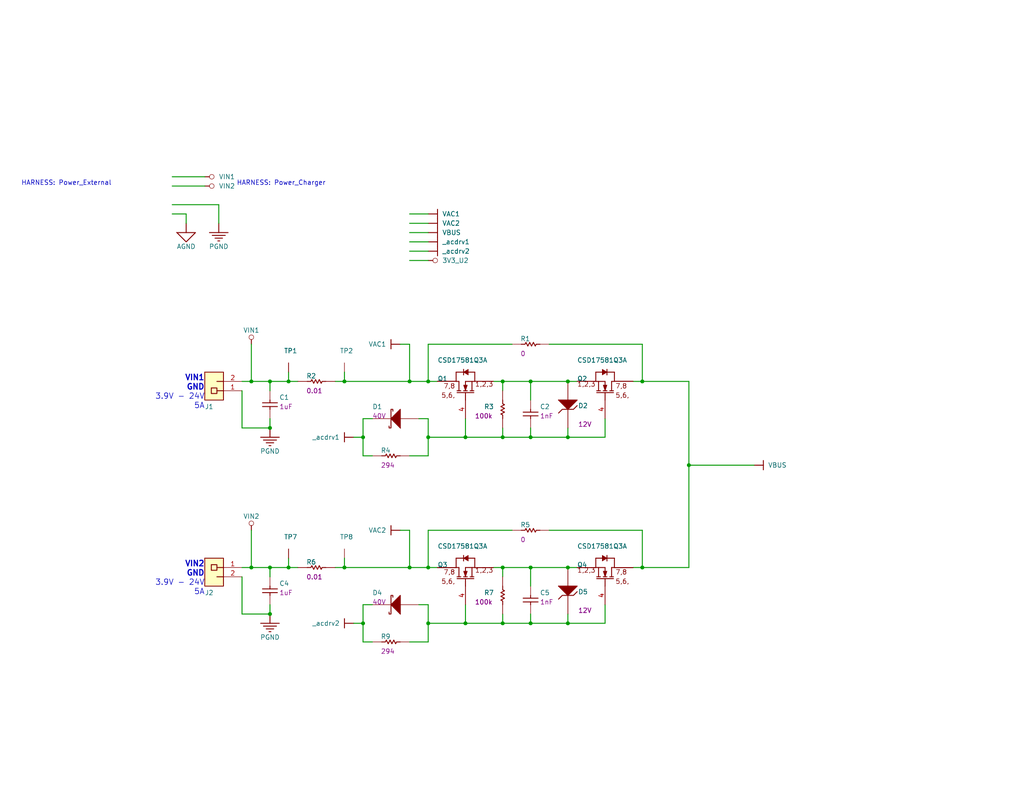
<source format=kicad_sch>
(kicad_sch (version 20211123) (generator eeschema)
  (paper "A")
  (lib_symbols
    (symbol "Top-altium-import:0_CMP-0016557-2"
      (property "Value" "0_CMP-0016557-2" (at 0 0 0))
      (symbol "0_CMP-0016557-2_1_0"
        (pin passive line (at -5.08 0 0) (length 2.54) (name "1") (number "1"))
        (pin passive line (at 5.08 0 180) (length 2.54) (name "2") (number "2"))
      )
    )
    (symbol "Top-altium-import:0_CMP-0020833-2"
      (property "Value" "0_CMP-0020833-2" (at 0 0 0))
      (symbol "0_CMP-0020833-2_1_0"
        (pin passive line (at -5.08 0 0) (length 2.54) (name "1") (number "1"))
        (pin passive line (at 5.08 0 180) (length 2.54) (name "2") (number "2"))
      )
    )
    (symbol "Top-altium-import:0_CMP-0022265-5"
      (property "Value" "0_CMP-0022265-5" (at 0 0 0))
      (symbol "0_CMP-0022265-5_1_0"
        (pin passive line (at -5.08 0 0) (length 2.54) (name "1") (number "1"))
        (pin passive line (at 5.08 0 180) (length 2.54) (name "2") (number "2"))
      )
    )
    (symbol "Top-altium-import:0_CMP-0055139-1"
      (property "Value" "0_CMP-0055139-1" (at 0 0 0))
      (symbol "0_CMP-0055139-1_1_0"
        (pin passive line (at 0 -2.54 90) (length 2.54) (name "") (number "1"))
      )
    )
    (symbol "Top-altium-import:0_mirrored_CMP-0074910-1"
      (property "Value" "0_mirrored_CMP-0074910-1" (at 0 0 0))
      (symbol "0_mirrored_CMP-0074910-1_1_0"
        (pin passive line (at 7.62 2.54 180) (length 5.08) (name "1") (number "1"))
        (pin passive line (at 7.62 0 180) (length 5.08) (name "2") (number "2"))
      )
    )
    (symbol "Top-altium-import:1_CMP-0005877-5"
      (property "Value" "1_CMP-0005877-5" (at 0 0 0))
      (symbol "1_CMP-0005877-5_1_0"
        (pin passive line (at 0 -5.08 90) (length 5.08) (name "K") (number "1"))
        (pin passive line (at 0 7.62 270) (length 5.08) (name "A") (number "2"))
      )
    )
    (symbol "Top-altium-import:1_CMP-0006411-2"
      (property "Value" "1_CMP-0006411-2" (at 0 0 0))
      (symbol "1_CMP-0006411-2_1_0"
        (pin passive line (at 0 5.08 270) (length 2.54) (name "1") (number "1"))
        (pin passive line (at 0 -2.54 90) (length 2.54) (name "2") (number "2"))
      )
    )
    (symbol "Top-altium-import:1_CMP-0008217-2"
      (property "Value" "1_CMP-0008217-2" (at 0 0 0))
      (symbol "1_CMP-0008217-2_1_0"
        (pin passive line (at 0 5.08 270) (length 2.54) (name "1") (number "1"))
        (pin passive line (at 0 -2.54 90) (length 2.54) (name "2") (number "2"))
      )
    )
    (symbol "Top-altium-import:1_CMP-0026721-1"
      (property "Value" "1_CMP-0026721-1" (at 0 0 0))
      (symbol "1_CMP-0026721-1_1_0"
        (pin passive line (at 0 -5.08 90) (length 2.54) (name "1") (number "1"))
        (pin passive line (at 0 5.08 270) (length 2.54) (name "2") (number "2"))
      )
    )
    (symbol "Top-altium-import:1_CMP-0079500-2"
      (property "Value" "1_CMP-0079500-2" (at 0 0 0))
      (symbol "1_CMP-0079500-2_1_0"
        (text "1,2,3" (at 7.62 2.54 0) (effects (font (size 1.27 1.27)) (justify right top)))
        (text "5,6," (at -2.794 -0.508 0) (effects (font (size 1.27 1.27)) (justify right top)))
        (text "7,8" (at -2.794 2.032 0) (effects (font (size 1.27 1.27)) (justify right top)))
        (pin passive line (at 7.62 2.54 180) (length 5.08) (name "S") (number "1"))
        (pin passive line (at 7.62 2.54 180) (length 5.08) (name "S") (number "2"))
        (pin passive line (at 7.62 2.54 180) (length 5.08) (name "S") (number "3"))
        (pin passive line (at 0 -7.62 90) (length 5.08) (name "G") (number "4"))
        (pin passive line (at -7.62 2.54 0) (length 5.08) (name "D") (number "5"))
        (pin passive line (at -7.62 2.54 0) (length 5.08) (name "D") (number "6"))
        (pin passive line (at -7.62 2.54 0) (length 5.08) (name "D") (number "7"))
        (pin passive line (at -7.62 2.54 0) (length 5.08) (name "D") (number "8"))
        (pin passive line (at -7.62 2.54 0) (length 5.08) (name "D") (number "9"))
      )
    )
    (symbol "Top-altium-import:1_mirrored_CMP-0079500-2"
      (property "Value" "1_mirrored_CMP-0079500-2" (at 0 0 0))
      (symbol "1_mirrored_CMP-0079500-2_1_0"
        (text "1,2,3" (at -7.62 2.54 0) (effects (font (size 1.27 1.27)) (justify left top)))
        (text "5,6," (at 2.794 -0.508 0) (effects (font (size 1.27 1.27)) (justify left top)))
        (text "7,8" (at 2.794 2.032 0) (effects (font (size 1.27 1.27)) (justify left top)))
        (pin passive line (at -7.62 2.54 0) (length 5.08) (name "S") (number "1"))
        (pin passive line (at -7.62 2.54 0) (length 5.08) (name "S") (number "2"))
        (pin passive line (at -7.62 2.54 0) (length 5.08) (name "S") (number "3"))
        (pin passive line (at 0 -7.62 90) (length 5.08) (name "G") (number "4"))
        (pin passive line (at 7.62 2.54 180) (length 5.08) (name "D") (number "5"))
        (pin passive line (at 7.62 2.54 180) (length 5.08) (name "D") (number "6"))
        (pin passive line (at 7.62 2.54 180) (length 5.08) (name "D") (number "7"))
        (pin passive line (at 7.62 2.54 180) (length 5.08) (name "D") (number "8"))
        (pin passive line (at 7.62 2.54 180) (length 5.08) (name "D") (number "9"))
      )
    )
    (symbol "Top-altium-import:2_CMP-0074910-1"
      (property "Value" "2_CMP-0074910-1" (at 0 0 0))
      (symbol "2_CMP-0074910-1_1_0"
        (pin passive line (at 7.62 -2.54 180) (length 5.08) (name "1") (number "1"))
        (pin passive line (at 7.62 0 180) (length 5.08) (name "2") (number "2"))
      )
    )
    (symbol "Top-altium-import:2_mirrored_CMP-0028378-3"
      (property "Value" "2_mirrored_CMP-0028378-3" (at 0 0 0))
      (symbol "2_mirrored_CMP-0028378-3_1_0"
        (pin passive line (at -5.08 0 0) (length 5.08) (name "K") (number "1"))
        (pin passive line (at 7.62 0 180) (length 5.08) (name "A") (number "2"))
      )
    )
    (symbol "Top-altium-import:3V3_U2" (power)
      (property "Reference" "#PWR" (at 0 0 0))
      (property "Value" "3V3_U2" (at 0 3.81 0))
      (symbol "3V3_U2_0_0"
        (pin power_in line (at 0 0 0) (length 0) hide (name "3V3_U2") (number ""))
      )
    )
    (symbol "Top-altium-import:AGND" (power)
      (property "Reference" "#PWR" (at 0 0 0))
      (property "Value" "AGND" (at 0 6.35 0))
      (symbol "AGND_0_0"
        (pin power_in line (at 0 0 0) (length 0) hide (name "AGND") (number ""))
      )
    )
    (symbol "Top-altium-import:PGND" (power)
      (property "Reference" "#PWR" (at 0 0 0))
      (property "Value" "PGND" (at 0 6.35 0))
      (symbol "PGND_0_0"
        (pin power_in line (at 0 0 0) (length 0) hide (name "PGND") (number ""))
      )
    )
    (symbol "Top-altium-import:VAC1" (power)
      (property "Reference" "#PWR" (at 0 0 0))
      (property "Value" "VAC1" (at 0 3.81 0))
      (symbol "VAC1_0_0"
        (pin power_in line (at 0 0 0) (length 0) hide (name "VAC1") (number ""))
      )
    )
    (symbol "Top-altium-import:VAC2" (power)
      (property "Reference" "#PWR" (at 0 0 0))
      (property "Value" "VAC2" (at 0 3.81 0))
      (symbol "VAC2_0_0"
        (pin power_in line (at 0 0 0) (length 0) hide (name "VAC2") (number ""))
      )
    )
    (symbol "Top-altium-import:VBUS" (power)
      (property "Reference" "#PWR" (at 0 0 0))
      (property "Value" "VBUS" (at 0 3.81 0))
      (symbol "VBUS_0_0"
        (pin power_in line (at 0 0 0) (length 0) hide (name "VBUS") (number ""))
      )
    )
    (symbol "Top-altium-import:VIN1" (power)
      (property "Reference" "#PWR" (at 0 0 0))
      (property "Value" "VIN1" (at 0 3.81 0))
      (symbol "VIN1_0_0"
        (pin power_in line (at 0 0 0) (length 0) hide (name "VIN1") (number ""))
      )
    )
    (symbol "Top-altium-import:VIN2" (power)
      (property "Reference" "#PWR" (at 0 0 0))
      (property "Value" "VIN2" (at 0 3.81 0))
      (symbol "VIN2_0_0"
        (pin power_in line (at 0 0 0) (length 0) hide (name "VIN2") (number ""))
      )
    )
    (symbol "Top-altium-import:_acdrv1" (power)
      (property "Reference" "#PWR" (at 0 0 0))
      (property "Value" "_acdrv1" (at 0 3.81 0))
      (symbol "_acdrv1_0_0"
        (pin power_in line (at 0 0 0) (length 0) hide (name "_acdrv1") (number ""))
      )
    )
    (symbol "Top-altium-import:_acdrv2" (power)
      (property "Reference" "#PWR" (at 0 0 0))
      (property "Value" "_acdrv2" (at 0 3.81 0))
      (symbol "_acdrv2_0_0"
        (pin power_in line (at 0 0 0) (length 0) hide (name "_acdrv2") (number ""))
      )
    )
  )
  (junction (at 93.98 154.94))
  (junction (at 175.26 104.14))
  (junction (at 116.84 119.38))
  (junction (at 175.26 154.94))
  (junction (at 116.84 104.14))
  (junction (at 78.74 154.94))
  (junction (at 78.74 104.14))
  (junction (at 116.84 154.94))
  (junction (at 68.58 154.94))
  (junction (at 137.16 119.38))
  (junction (at 93.98 104.14))
  (junction (at 111.76 104.14))
  (junction (at 187.96 127))
  (junction (at 137.16 170.18))
  (junction (at 127 119.38))
  (junction (at 137.16 104.14))
  (junction (at 154.94 119.38))
  (junction (at 99.06 119.38))
  (junction (at 73.66 104.14))
  (junction (at 144.78 119.38))
  (junction (at 73.66 116.84))
  (junction (at 68.58 104.14))
  (junction (at 144.78 104.14))
  (junction (at 99.06 170.18))
  (junction (at 154.94 170.18))
  (junction (at 73.66 167.64))
  (junction (at 154.94 154.94))
  (junction (at 127 170.18))
  (junction (at 73.66 154.94))
  (junction (at 144.78 170.18))
  (junction (at 154.94 104.14))
  (junction (at 144.78 154.94))
  (junction (at 111.76 154.94))
  (junction (at 116.84 170.18))
  (junction (at 137.16 154.94))
  (wire (pts (xy 59.69 60.96) (xy 59.69 55.88)) (stroke (width 0.254)))
  (wire (pts (xy 144.78 160.02) (xy 144.78 154.94)) (stroke (width 0.254)))
  (wire (pts (xy 73.66 106.68) (xy 73.66 104.14)) (stroke (width 0.254)))
  (wire (pts (xy 134.62 154.94) (xy 137.16 154.94)) (stroke (width 0.254)))
  (wire (pts (xy 144.78 109.22) (xy 144.78 104.14)) (stroke (width 0.254)))
  (wire (pts (xy 111.76 104.14) (xy 93.98 104.14)) (stroke (width 0.254)))
  (wire (pts (xy 127 119.38) (xy 137.16 119.38)) (stroke (width 0.254)))
  (wire (pts (xy 116.84 170.18) (xy 116.84 165.1)) (stroke (width 0.254)))
  (wire (pts (xy 127 114.3) (xy 127 119.38)) (stroke (width 0.254)))
  (wire (pts (xy 73.66 116.84) (xy 73.66 114.3)) (stroke (width 0.254)))
  (wire (pts (xy 99.06 124.46) (xy 101.6 124.46)) (stroke (width 0.254)))
  (wire (pts (xy 137.16 157.48) (xy 137.16 154.94)) (stroke (width 0.254)))
  (wire (pts (xy 165.1 165.1) (xy 165.1 170.18)) (stroke (width 0.254)))
  (wire (pts (xy 78.74 152.4) (xy 78.74 154.94)) (stroke (width 0.254)))
  (wire (pts (xy 93.98 101.6) (xy 93.98 104.14)) (stroke (width 0.254)))
  (wire (pts (xy 66.04 157.48) (xy 66.04 167.64)) (stroke (width 0.254)))
  (wire (pts (xy 119.38 104.14) (xy 116.84 104.14)) (stroke (width 0.254)))
  (wire (pts (xy 154.94 119.38) (xy 144.78 119.38)) (stroke (width 0.254)))
  (wire (pts (xy 139.7 93.98) (xy 116.84 93.98)) (stroke (width 0.254)))
  (wire (pts (xy 116.84 165.1) (xy 114.3 165.1)) (stroke (width 0.254)))
  (wire (pts (xy 55.88 48.26) (xy 46.99 48.26)) (stroke (width 0.254)))
  (wire (pts (xy 137.16 104.14) (xy 144.78 104.14)) (stroke (width 0.254)))
  (wire (pts (xy 187.96 154.94) (xy 175.26 154.94)) (stroke (width 0.254)))
  (wire (pts (xy 116.84 71.12) (xy 111.76 71.12)) (stroke (width 0.254)))
  (wire (pts (xy 165.1 170.18) (xy 154.94 170.18)) (stroke (width 0.254)))
  (wire (pts (xy 137.16 106.68) (xy 137.16 104.14)) (stroke (width 0.254)))
  (wire (pts (xy 96.52 119.38) (xy 99.06 119.38)) (stroke (width 0.254)))
  (wire (pts (xy 154.94 104.14) (xy 157.48 104.14)) (stroke (width 0.254)))
  (wire (pts (xy 134.62 104.14) (xy 137.16 104.14)) (stroke (width 0.254)))
  (wire (pts (xy 99.06 114.3) (xy 99.06 119.38)) (stroke (width 0.254)))
  (wire (pts (xy 50.8 58.42) (xy 50.8 60.96)) (stroke (width 0.254)))
  (wire (pts (xy 144.78 116.84) (xy 144.78 119.38)) (stroke (width 0.254)))
  (wire (pts (xy 111.76 154.94) (xy 93.98 154.94)) (stroke (width 0.254)))
  (wire (pts (xy 73.66 167.64) (xy 73.66 165.1)) (stroke (width 0.254)))
  (wire (pts (xy 116.84 170.18) (xy 127 170.18)) (stroke (width 0.254)))
  (wire (pts (xy 68.58 154.94) (xy 73.66 154.94)) (stroke (width 0.254)))
  (wire (pts (xy 78.74 101.6) (xy 78.74 104.14)) (stroke (width 0.254)))
  (wire (pts (xy 139.7 144.78) (xy 116.84 144.78)) (stroke (width 0.254)))
  (wire (pts (xy 144.78 119.38) (xy 137.16 119.38)) (stroke (width 0.254)))
  (wire (pts (xy 109.22 93.98) (xy 111.76 93.98)) (stroke (width 0.254)))
  (wire (pts (xy 116.84 154.94) (xy 111.76 154.94)) (stroke (width 0.254)))
  (wire (pts (xy 116.84 60.96) (xy 111.76 60.96)) (stroke (width 0.254)))
  (wire (pts (xy 149.86 93.98) (xy 175.26 93.98)) (stroke (width 0.254)))
  (wire (pts (xy 187.96 104.14) (xy 187.96 127)) (stroke (width 0.254)))
  (wire (pts (xy 93.98 104.14) (xy 91.44 104.14)) (stroke (width 0.254)))
  (wire (pts (xy 149.86 144.78) (xy 175.26 144.78)) (stroke (width 0.254)))
  (wire (pts (xy 99.06 170.18) (xy 99.06 175.26)) (stroke (width 0.254)))
  (wire (pts (xy 187.96 127) (xy 205.74 127)) (stroke (width 0.254)))
  (wire (pts (xy 66.04 104.14) (xy 68.58 104.14)) (stroke (width 0.254)))
  (wire (pts (xy 127 170.18) (xy 127 165.1)) (stroke (width 0.254)))
  (wire (pts (xy 101.6 114.3) (xy 99.06 114.3)) (stroke (width 0.254)))
  (wire (pts (xy 59.69 55.88) (xy 46.99 55.88)) (stroke (width 0.254)))
  (wire (pts (xy 116.84 124.46) (xy 116.84 119.38)) (stroke (width 0.254)))
  (wire (pts (xy 66.04 154.94) (xy 68.58 154.94)) (stroke (width 0.254)))
  (wire (pts (xy 172.72 104.14) (xy 175.26 104.14)) (stroke (width 0.254)))
  (wire (pts (xy 101.6 165.1) (xy 99.06 165.1)) (stroke (width 0.254)))
  (wire (pts (xy 78.74 104.14) (xy 81.28 104.14)) (stroke (width 0.254)))
  (wire (pts (xy 68.58 154.94) (xy 68.58 144.78)) (stroke (width 0.254)))
  (wire (pts (xy 137.16 170.18) (xy 137.16 167.64)) (stroke (width 0.254)))
  (wire (pts (xy 175.26 154.94) (xy 172.72 154.94)) (stroke (width 0.254)))
  (wire (pts (xy 116.84 114.3) (xy 114.3 114.3)) (stroke (width 0.254)))
  (wire (pts (xy 127 170.18) (xy 137.16 170.18)) (stroke (width 0.254)))
  (wire (pts (xy 137.16 119.38) (xy 137.16 116.84)) (stroke (width 0.254)))
  (wire (pts (xy 66.04 167.64) (xy 73.66 167.64)) (stroke (width 0.254)))
  (wire (pts (xy 111.76 144.78) (xy 111.76 154.94)) (stroke (width 0.254)))
  (wire (pts (xy 99.06 165.1) (xy 99.06 170.18)) (stroke (width 0.254)))
  (wire (pts (xy 144.78 104.14) (xy 154.94 104.14)) (stroke (width 0.254)))
  (wire (pts (xy 66.04 116.84) (xy 73.66 116.84)) (stroke (width 0.254)))
  (wire (pts (xy 66.04 106.68) (xy 66.04 116.84)) (stroke (width 0.254)))
  (wire (pts (xy 73.66 104.14) (xy 78.74 104.14)) (stroke (width 0.254)))
  (wire (pts (xy 111.76 93.98) (xy 111.76 104.14)) (stroke (width 0.254)))
  (wire (pts (xy 154.94 167.64) (xy 154.94 170.18)) (stroke (width 0.254)))
  (wire (pts (xy 116.84 58.42) (xy 111.76 58.42)) (stroke (width 0.254)))
  (wire (pts (xy 116.84 119.38) (xy 116.84 114.3)) (stroke (width 0.254)))
  (wire (pts (xy 111.76 68.58) (xy 116.84 68.58)) (stroke (width 0.254)))
  (wire (pts (xy 78.74 154.94) (xy 81.28 154.94)) (stroke (width 0.254)))
  (wire (pts (xy 111.76 175.26) (xy 116.84 175.26)) (stroke (width 0.254)))
  (wire (pts (xy 99.06 119.38) (xy 99.06 124.46)) (stroke (width 0.254)))
  (wire (pts (xy 165.1 119.38) (xy 154.94 119.38)) (stroke (width 0.254)))
  (wire (pts (xy 144.78 167.64) (xy 144.78 170.18)) (stroke (width 0.254)))
  (wire (pts (xy 116.84 175.26) (xy 116.84 170.18)) (stroke (width 0.254)))
  (wire (pts (xy 154.94 170.18) (xy 144.78 170.18)) (stroke (width 0.254)))
  (wire (pts (xy 111.76 124.46) (xy 116.84 124.46)) (stroke (width 0.254)))
  (wire (pts (xy 46.99 58.42) (xy 50.8 58.42)) (stroke (width 0.254)))
  (wire (pts (xy 116.84 144.78) (xy 116.84 154.94)) (stroke (width 0.254)))
  (wire (pts (xy 68.58 104.14) (xy 73.66 104.14)) (stroke (width 0.254)))
  (wire (pts (xy 175.26 93.98) (xy 175.26 104.14)) (stroke (width 0.254)))
  (wire (pts (xy 175.26 104.14) (xy 187.96 104.14)) (stroke (width 0.254)))
  (wire (pts (xy 116.84 119.38) (xy 127 119.38)) (stroke (width 0.254)))
  (wire (pts (xy 111.76 66.04) (xy 116.84 66.04)) (stroke (width 0.254)))
  (wire (pts (xy 116.84 154.94) (xy 119.38 154.94)) (stroke (width 0.254)))
  (wire (pts (xy 93.98 152.4) (xy 93.98 154.94)) (stroke (width 0.254)))
  (wire (pts (xy 154.94 154.94) (xy 157.48 154.94)) (stroke (width 0.254)))
  (wire (pts (xy 116.84 93.98) (xy 116.84 104.14)) (stroke (width 0.254)))
  (wire (pts (xy 165.1 114.3) (xy 165.1 119.38)) (stroke (width 0.254)))
  (wire (pts (xy 116.84 104.14) (xy 111.76 104.14)) (stroke (width 0.254)))
  (wire (pts (xy 96.52 170.18) (xy 99.06 170.18)) (stroke (width 0.254)))
  (wire (pts (xy 175.26 144.78) (xy 175.26 154.94)) (stroke (width 0.254)))
  (wire (pts (xy 99.06 175.26) (xy 101.6 175.26)) (stroke (width 0.254)))
  (wire (pts (xy 93.98 154.94) (xy 91.44 154.94)) (stroke (width 0.254)))
  (wire (pts (xy 55.88 50.8) (xy 46.99 50.8)) (stroke (width 0.254)))
  (wire (pts (xy 116.84 63.5) (xy 111.76 63.5)) (stroke (width 0.254)))
  (wire (pts (xy 144.78 170.18) (xy 137.16 170.18)) (stroke (width 0.254)))
  (wire (pts (xy 109.22 144.78) (xy 111.76 144.78)) (stroke (width 0.254)))
  (wire (pts (xy 187.96 127) (xy 187.96 154.94)) (stroke (width 0.254)))
  (wire (pts (xy 154.94 116.84) (xy 154.94 119.38)) (stroke (width 0.254)))
  (wire (pts (xy 144.78 154.94) (xy 154.94 154.94)) (stroke (width 0.254)))
  (wire (pts (xy 73.66 154.94) (xy 78.74 154.94)) (stroke (width 0.254)))
  (wire (pts (xy 73.66 157.48) (xy 73.66 154.94)) (stroke (width 0.254)))
  (wire (pts (xy 137.16 154.94) (xy 144.78 154.94)) (stroke (width 0.254)))
  (wire (pts (xy 68.58 104.14) (xy 68.58 93.98)) (stroke (width 0.254)))
  (text "HARNESS: Power_Charger" (at 88.9 50.8 180) (effects (font (size 1.27 1.27)) (justify right bottom)))
  (text "VIN2" (at 55.88 154.94 180) (effects (font (size 1.524 1.524) bold) (justify right bottom)))
  (text "3.9V - 24V" (at 55.88 109.22 180) (effects (font (size 1.524 1.524)) (justify right bottom)))
  (text "GND" (at 55.88 157.48 180) (effects (font (size 1.524 1.524) bold) (justify right bottom)))
  (text "GND" (at 55.88 106.68 180) (effects (font (size 1.524 1.524) bold) (justify right bottom)))
  (text "VIN1" (at 55.88 104.14 180) (effects (font (size 1.524 1.524) bold) (justify right bottom)))
  (text "5A" (at 55.88 162.56 180) (effects (font (size 1.524 1.524)) (justify right bottom)))
  (text "HARNESS: Power_External" (at 30.48 50.8 180) (effects (font (size 1.27 1.27)) (justify right bottom)))
  (text "5A" (at 55.88 111.76 180) (effects (font (size 1.524 1.524)) (justify right bottom)))
  (text "3.9V - 24V" (at 55.88 160.02 180) (effects (font (size 1.524 1.524)) (justify right bottom)))
  (symbol (lib_id "Top-altium-import:VAC2") (at 116.84 60.96 90) (unit 1)
    (property "Reference" "#PWR?" (effects hide))
    (property "Value" "VAC2" (at 120.65 60.96 90) (effects (justify right)))
  )
  (symbol (lib_id "Top-altium-import:1_CMP-0008217-2") (at 73.66 162.56 0) (unit 1)
    (property "Reference" "C4" (at 76.2 160.02 0) (effects (justify left bottom)))
    (property "Value" "CMP-0008217-2" (effects hide))
    (property "Footprint" "0805L" (effects hide))
    (property "POLARIZED" "N" (effects hide))
    (property "COMPTYPE" "Capacitor" (effects hide))
    (property "ALTIUM_VALUE" "1uF" (effects hide))
    (property "PARTNUMBER" "GRM219R71E105KA88D" (effects hide))
    (property "VALUEDISPLAYED" "1uF" (at 76.2 162.56 0) (effects (justify left bottom)))
    (property "MANUFACTURER" "MuRata" (effects hide))
    (property "PACKAGEREFERENCE" "0805" (effects hide))
    (property "ROHS" "Y" (effects hide))
    (property "U/M" "EA" (effects hide))
    (property "CAP_F" "1µF" (effects hide))
    (property "TOLERANCE_%" "10%" (effects hide))
    (property "VALUE1" "Unknown" (effects hide))
    (property "VDC_V" "25V" (effects hide))
    (property "VALUE2" "25V" (effects hide))
    (property "MOUNTTYPE" "SMT" (effects hide))
    (property "TECHNOLOGY" "Ceramic" (effects hide))
    (property "TEMPCO" "X7R" (effects hide))
    (property "TAMIN_C" "-55°C" (effects hide))
    (property "TAMAX_C" "125°C" (effects hide))
    (property "CAP_CASE" "0805" (effects hide))
    (property "PUBLISHED" "2008-06-19" (effects hide))
    (property "PUBLISHER" "Texas Instruments" (effects hide))
    (property "LATESTREVISIONDATE" "2017-03-09" (effects hide))
    (property "COMPONENTLINK1DESCRIPTION" "Datasheet link" (effects hide))
    (property "COMPONENTLINK1URL" "http://search.murata.co.jp/Ceramy/PnsearchViewAction.do?HnOFG=ON&HnNFG=ON&SEL_CNT=50&sLang=en&sKey=GRM219R71E105KA88D&x=9&y=9&search=startwith" (effects hide))
    (property "SUPPLIER 1" "Digi-Key" (effects hide))
    (property "SUPPLIER PART NUMBER 1" "GRM219R71E105KA88D-ND" (effects hide))
    (property "SUPPLIER 2" "Mouser" (effects hide))
    (property "SUPPLIER PART NUMBER 2" "81-GRM219R71E105KA8D" (effects hide))
    (property "SUPPLIER 3" "Farnell" (effects hide))
    (property "SUPPLIER PART NUMBER 3" "1845770" (effects hide))
    (property "AEC CATEGORY" "Q200" (effects hide))
    (property "AEC QUALIFIED" "?" (effects hide))
    (property "SIZEAREA_MM2" "2.5" (effects hide))
    (property "SIZEAREAWB_MM2" "6.75" (effects hide))
    (property "SIZEX_MM" "2" (effects hide))
    (property "SIZEY_MM" "1.25" (effects hide))
    (property "SIZEZ_MM" "1.45" (effects hide))
    (property "PARAMETER 1" "*" (effects hide))
  )
  (symbol (lib_id "Top-altium-import:1_CMP-0005877-5") (at 154.94 162.56 0) (unit 1)
    (property "Reference" "D5" (at 157.734 162.306 0) (effects (justify left bottom)))
    (property "Value" "BZT52C12T-7" (effects hide))
    (property "Footprint" "SOD-523" (effects hide))
    (property "ALTIUM_VALUE" "12V" (at 157.734 167.386 0) (effects (justify left bottom)))
    (property "COMPONENTLINK1URL" "http://www.diodes.com/datasheets/ds30502.pdf" (effects hide))
    (property "POWER_W" "300mW" (effects hide))
    (property "SIZEAREAWB_MM2" "5.13" (effects hide))
    (property "VZ_V" "12V" (effects hide))
    (property "ROHS" "Y" (effects hide))
    (property "VALUE1" "0.3W" (effects hide))
    (property "MOUNTTYPE" "SMT" (effects hide))
    (property "RJA_CPERW" "417" (effects hide))
    (property "MANUFACTURER" "Diodes Inc." (effects hide))
    (property "PACKAGEREFERENCE" "SOD-523" (effects hide))
    (property "SIZEZ_MM" "0.65" (effects hide))
    (property "SIZEX_MM" "1.7" (effects hide))
    (property "SIZEY_MM" "0.9" (effects hide))
    (property "SIZEAREA_MM2" "1.53" (effects hide))
    (property "COMPTYPE" "Zener" (effects hide))
    (property "PARTNUMBER" "BZT52C12T-7" (effects hide))
    (property "AEC QUALIFIED" "?" (effects hide))
    (property "COMPONENTLINK1DESCRIPTION" "Datasheet link" (effects hide))
    (property "AEC CATEGORY" "Q101" (effects hide))
  )
  (symbol (lib_id "Top-altium-import:VBUS") (at 205.74 127 90) (unit 1)
    (property "Reference" "#PWR?" (effects hide))
    (property "Value" "VBUS" (at 209.55 127 90) (effects (justify right)))
  )
  (symbol (lib_id "Top-altium-import:VIN2") (at 68.58 144.78 180) (unit 1)
    (property "Reference" "#PWR?" (effects hide))
    (property "Value" "VIN2" (at 68.58 140.97 0))
  )
  (symbol (lib_id "Top-altium-import:2_mirrored_CMP-0028378-3") (at 106.68 165.1 0) (unit 1)
    (property "Reference" "D4" (at 101.6 162.56 0) (effects (justify left bottom)))
    (property "Value" "CMP-0028378-3" (effects hide))
    (property "Footprint" "SOD-523" (effects hide))
    (property "COMPTYPE" "Diode" (effects hide))
    (property "PARTNUMBER" "ZLLS350TA" (effects hide))
    (property "MANUFACTURER" "Diodes Inc." (effects hide))
    (property "PACKAGEREFERENCE" "SOD-523" (effects hide))
    (property "VF_V" "790mV" (effects hide))
    (property "ALTIUM_VALUE" "40V" (at 101.6 165.1 0) (effects (justify left bottom)))
    (property "VALUE1" "0.38A" (effects hide))
    (property "VALUE2" "0.79V" (effects hide))
    (property "IO_A" "380mA" (effects hide))
    (property "VR_V" "40V" (effects hide))
    (property "MOUNTTYPE" "SMT" (effects hide))
    (property "TYPE" "Schottky" (effects hide))
    (property "ROHS" "Y" (effects hide))
    (property "COMPONENTLINK1DESCRIPTION" "Datasheet link" (effects hide))
    (property "COMPONENTLINK1URL" "http://www.diodes.com/datasheets/ZLLS350.pdf" (effects hide))
    (property "AEC CATEGORY" "Q101" (effects hide))
    (property "AEC QUALIFIED" "?" (effects hide))
    (property "GREEN_EU ROHS-2" "Passed" (effects hide))
    (property "GREEN_EU ROHS" "Passed" (effects hide))
    (property "GREEN_LIFECYCLE" "Active" (effects hide))
    (property "GREEN_REACH" "Passed" (effects hide))
    (property "SIZEAREA_MM2" "1.53" (effects hide))
    (property "SIZEAREAWB_MM2" "5.13" (effects hide))
    (property "SIZEX_MM" "1.7" (effects hide))
    (property "SIZEY_MM" "0.9" (effects hide))
    (property "SIZEZ_MM" "0.65" (effects hide))
  )
  (symbol (lib_id "Top-altium-import:0_CMP-0020833-2") (at 144.78 144.78 0) (unit 1)
    (property "Reference" "R5" (at 141.986 144.018 0) (effects (justify left bottom)))
    (property "Value" "5106" (effects hide))
    (property "Footprint" "5106" (effects hide))
    (property "POWER_W" "500mW" (effects hide))
    (property "PUBLISHER" "Texas Instruments" (effects hide))
    (property "TEMPCO" "ppm/C" (effects hide))
    (property "PUBLISHED" "2008-06-26" (effects hide))
    (property "VALUE_CODE" "0" (effects hide))
    (property "ROHS" "Y" (effects hide))
    (property "VALUE1" "1%" (effects hide))
    (property "MOUNTTYPE" "SMT" (effects hide))
    (property "U/M" "EA" (effects hide))
    (property "ALTIUM_VALUE" "0" (effects hide))
    (property "SUPPLIER 1" "Digi-Key" (effects hide))
    (property "MANUFACTURER" "Keystone" (effects hide))
    (property "PACKAGEREFERENCE" "0805" (effects hide))
    (property "TOLERANCE_%" "1%" (effects hide))
    (property "RES_OHM" "0" (effects hide))
    (property "SIZEX_MM" "2" (effects hide))
    (property "SIZEY_MM" "1.25" (effects hide))
    (property "SIZEZ_MM" "0.84" (effects hide))
    (property "VALUE2" "0.5W" (effects hide))
    (property "SIZEAREA_MM2" "2.5" (effects hide))
    (property "COMPTYPE" "Resistor" (effects hide))
    (property "LATESTREVISIONDATE" "2017-03-09" (effects hide))
    (property "PARTNUMBER" "5106" (effects hide))
    (property "AEC QUALIFIED" "N" (effects hide))
    (property "COMPONENTLINK1DESCRIPTION" "Datasheet link" (effects hide))
    (property "AEC GRADE" "N/A" (effects hide))
    (property "SUPPLIER PART NUMBER 1" "36-5106CT-ND" (effects hide))
    (property "AEC CATEGORY" "Q200" (effects hide))
    (property "TECHNOLOGY" "Metal Element" (effects hide))
    (property "VALUEDISPLAYED" "0" (at 141.986 148.082 0) (effects (justify left bottom)))
    (property "COMPONENTLINK1URL" "http://www.keyelco.com/product-pdf.cfm?p=14039" (effects hide))
  )
  (symbol (lib_id "Top-altium-import:0_CMP-0020833-2") (at 144.78 93.98 0) (unit 1)
    (property "Reference" "R1" (at 141.986 93.218 0) (effects (justify left bottom)))
    (property "Value" "5106" (effects hide))
    (property "Footprint" "5106" (effects hide))
    (property "POWER_W" "500mW" (effects hide))
    (property "PUBLISHER" "Texas Instruments" (effects hide))
    (property "TEMPCO" "ppm/C" (effects hide))
    (property "PUBLISHED" "2008-06-26" (effects hide))
    (property "VALUE_CODE" "0" (effects hide))
    (property "ROHS" "Y" (effects hide))
    (property "VALUE1" "1%" (effects hide))
    (property "MOUNTTYPE" "SMT" (effects hide))
    (property "U/M" "EA" (effects hide))
    (property "ALTIUM_VALUE" "0" (effects hide))
    (property "SUPPLIER 1" "Digi-Key" (effects hide))
    (property "MANUFACTURER" "Keystone" (effects hide))
    (property "PACKAGEREFERENCE" "0805" (effects hide))
    (property "TOLERANCE_%" "1%" (effects hide))
    (property "RES_OHM" "0" (effects hide))
    (property "SIZEX_MM" "2" (effects hide))
    (property "SIZEY_MM" "1.25" (effects hide))
    (property "SIZEZ_MM" "0.84" (effects hide))
    (property "VALUE2" "0.5W" (effects hide))
    (property "SIZEAREA_MM2" "2.5" (effects hide))
    (property "COMPTYPE" "Resistor" (effects hide))
    (property "LATESTREVISIONDATE" "2017-03-09" (effects hide))
    (property "PARTNUMBER" "5106" (effects hide))
    (property "AEC QUALIFIED" "N" (effects hide))
    (property "COMPONENTLINK1DESCRIPTION" "Datasheet link" (effects hide))
    (property "AEC GRADE" "N/A" (effects hide))
    (property "SUPPLIER PART NUMBER 1" "36-5106CT-ND" (effects hide))
    (property "AEC CATEGORY" "Q200" (effects hide))
    (property "TECHNOLOGY" "Metal Element" (effects hide))
    (property "VALUEDISPLAYED" "0" (at 141.986 97.282 0) (effects (justify left bottom)))
    (property "COMPONENTLINK1URL" "http://www.keyelco.com/product-pdf.cfm?p=14039" (effects hide))
  )
  (symbol (lib_id "Top-altium-import:_acdrv2") (at 96.52 170.18 270) (unit 1)
    (property "Reference" "#PWR?" (effects hide))
    (property "Value" "_acdrv2" (at 92.71 170.18 90) (effects (justify right)))
  )
  (symbol (lib_id "Top-altium-import:0_CMP-0055139-1") (at 93.98 149.86 0) (unit 1)
    (property "Reference" "TP8" (at 92.71 147.32 0) (effects (justify left bottom)))
    (property "Value" "CMP-0055139-1" (effects hide))
    (property "Footprint" "Keystone5002" (effects hide))
    (property "PARTNUMBER" "5002" (effects hide))
    (property "MANUFACTURER" "Keystone" (effects hide))
    (property "PACKAGEREFERENCE" "White Miniature Testpoint" (effects hide))
    (property "COMPTYPE" "Test Point" (effects hide))
    (property "ROHS" "Y" (effects hide))
    (property "MOUNTTYPE" "TH" (effects hide))
    (property "COMPONENTLINK1DESCRIPTION" "Datasheet URL" (effects hide))
    (property "COMPONENTLINK1URL" "http://www.keyelco.com/userAssets/file/M60-2p60.pdf" (effects hide))
    (property "PUBLISHER" "Texas Instruments" (effects hide))
    (property "LATESTREVISIONDATE" "26/05/2017" (effects hide))
    (property "SUPPLIER 1" "Digi-Key" (effects hide))
    (property "SUPPLIER PART NUMBER 1" "36-5002-ND" (effects hide))
    (property "SUPPLIER 2" "Newark" (effects hide))
    (property "SUPPLIER PART NUMBER 2" "82H9632" (effects hide))
    (property "SUPPLIER 3" "Mouser" (effects hide))
    (property "SUPPLIER PART NUMBER 3" "534-5002" (effects hide))
    (property "CNHEADER" "FALSE" (effects hide))
    (property "COLOR" "White" (effects hide))
    (property "CONTACTFINISH" "Silver" (effects hide))
    (property "CT" "TRUE" (effects hide))
    (property "GREEN_EU ROHS-2" "Passed" (effects hide))
    (property "GREEN_EU ROHS" "Passed" (effects hide))
    (property "GREEN_LIFECYCLE" "Active" (effects hide))
    (property "GREEN_REACH" "Passed" (effects hide))
  )
  (symbol (lib_id "Top-altium-import:AGND") (at 50.8 60.96 0) (unit 1)
    (property "Reference" "#PWR?" (effects hide))
    (property "Value" "AGND" (at 50.8 67.31 0))
  )
  (symbol (lib_id "Top-altium-import:VIN1") (at 68.58 93.98 180) (unit 1)
    (property "Reference" "#PWR?" (effects hide))
    (property "Value" "VIN1" (at 68.58 90.17 0))
  )
  (symbol (lib_id "Top-altium-import:0_CMP-0055139-1") (at 78.74 99.06 0) (unit 1)
    (property "Reference" "TP1" (at 77.47 96.52 0) (effects (justify left bottom)))
    (property "Value" "CMP-0055139-1" (effects hide))
    (property "Footprint" "Keystone5002" (effects hide))
    (property "PARTNUMBER" "5002" (effects hide))
    (property "MANUFACTURER" "Keystone" (effects hide))
    (property "PACKAGEREFERENCE" "White Miniature Testpoint" (effects hide))
    (property "COMPTYPE" "Test Point" (effects hide))
    (property "ROHS" "Y" (effects hide))
    (property "MOUNTTYPE" "TH" (effects hide))
    (property "COMPONENTLINK1DESCRIPTION" "Datasheet URL" (effects hide))
    (property "COMPONENTLINK1URL" "http://www.keyelco.com/userAssets/file/M60-2p60.pdf" (effects hide))
    (property "PUBLISHER" "Texas Instruments" (effects hide))
    (property "LATESTREVISIONDATE" "26/05/2017" (effects hide))
    (property "SUPPLIER 1" "Digi-Key" (effects hide))
    (property "SUPPLIER PART NUMBER 1" "36-5002-ND" (effects hide))
    (property "SUPPLIER 2" "Newark" (effects hide))
    (property "SUPPLIER PART NUMBER 2" "82H9632" (effects hide))
    (property "SUPPLIER 3" "Mouser" (effects hide))
    (property "SUPPLIER PART NUMBER 3" "534-5002" (effects hide))
    (property "CNHEADER" "FALSE" (effects hide))
    (property "COLOR" "White" (effects hide))
    (property "CONTACTFINISH" "Silver" (effects hide))
    (property "CT" "TRUE" (effects hide))
    (property "GREEN_EU ROHS-2" "Passed" (effects hide))
    (property "GREEN_EU ROHS" "Passed" (effects hide))
    (property "GREEN_LIFECYCLE" "Active" (effects hide))
    (property "GREEN_REACH" "Passed" (effects hide))
  )
  (symbol (lib_id "Top-altium-import:VAC2") (at 109.22 144.78 270) (unit 1)
    (property "Reference" "#PWR?" (effects hide))
    (property "Value" "VAC2" (at 105.41 144.78 90) (effects (justify right)))
  )
  (symbol (lib_id "Top-altium-import:1_mirrored_CMP-0079500-2") (at 165.1 106.68 0) (unit 1)
    (property "Reference" "Q2" (at 157.48 104.14 0) (effects (justify left bottom)))
    (property "Value" "CSD17581Q3A" (at 157.48 99.06 0) (effects (justify left bottom)))
    (property "Footprint" "DNH0008A" (effects hide))
    (property "COMPONENTLINK1DESCRIPTION" "Datasheet link" (effects hide))
    (property "CHTYPE" "N" (effects hide))
    (property "QGTYP_NC" "20" (effects hide))
    (property "ROHS" "Y" (effects hide))
    (property "SUPPLIER PART NUMBER 3" "595-CSD17581Q3A" (effects hide))
    (property "SUPPLIER 1" "Digi-Key" (effects hide))
    (property "SIZEAREAWB_MM2" "18.49" (effects hide))
    (property "SIZEAREA_MM2" "10.89" (effects hide))
    (property "IDSMAX_A" "60A" (effects hide))
    (property "AEC QUALIFIED" "N" (effects hide))
    (property "VDSMAX_V" "30V" (effects hide))
    (property "PACKAGEREFERENCE" "DNH0008A" (effects hide))
    (property "RDSON45_OHM" "4.7m" (effects hide))
    (property "VGS_V" "20V" (effects hide))
    (property "AEC CATEGORY" "Q101" (effects hide))
    (property "ALTIUM_VALUE" "30V" (effects hide))
    (property "SIZEZ_MM" "0.9" (effects hide))
    (property "PARTNUMBER" "CSD17581Q3A" (effects hide))
    (property "MANUFACTURER" "Texas Instruments" (effects hide))
    (property "SUPPLIER PART NUMBER 2" "02AC9633" (effects hide))
    (property "SUPPLIER 2" "Newark" (effects hide))
    (property "SIZEY_MM" "3.3" (effects hide))
    (property "ALTERNATE MANUFACTURER" "None" (effects hide))
    (property "VALUE2" "20 nC" (effects hide))
    (property "COMPONENTLINK1URL" "http://www.ti.com/lit/ds/symlink/csd17581q3a.pdf" (effects hide))
    (property "VALUE1" "0.0047 ohm" (effects hide))
    (property "COMPTYPE" "MOSFET" (effects hide))
    (property "MOUNTTYPE" "SMT" (effects hide))
    (property "SUPPLIER PART NUMBER 1" "CSD17581Q3A-ND" (effects hide))
    (property "SIZEX_MM" "3.3" (effects hide))
    (property "SUPPLIER 3" "Mouser" (effects hide))
    (property "CHMODE" "Enhancement" (effects hide))
  )
  (symbol (lib_id "Top-altium-import:_acdrv1") (at 116.84 66.04 90) (unit 1)
    (property "Reference" "#PWR?" (effects hide))
    (property "Value" "_acdrv1" (at 120.65 66.04 90) (effects (justify right)))
  )
  (symbol (lib_id "Top-altium-import:0_CMP-0016557-2") (at 86.36 104.14 0) (unit 1)
    (property "Reference" "R2" (at 83.566 103.378 0) (effects (justify left bottom)))
    (property "Value" "WSL2010R0100FEA18" (effects hide))
    (property "Footprint" "2010" (effects hide))
    (property "SUPPLIER PART NUMBER 2" "71-WSL2010R0100FEA18" (effects hide))
    (property "POWER_W" "1W" (effects hide))
    (property "PUBLISHER" "Texas Instruments" (effects hide))
    (property "SUPPLIER 2" "Mouser" (effects hide))
    (property "SUPPLIER PART NUMBER 3" "1834343" (effects hide))
    (property "TEMPCO" "75 ppm/C" (effects hide))
    (property "SUPPLIER 3" "Farnell" (effects hide))
    (property "PUBLISHED" "2008-06-26" (effects hide))
    (property "VALUE_CODE" "R010" (effects hide))
    (property "ROHS" "Y" (effects hide))
    (property "VALUE1" "1%" (effects hide))
    (property "MOUNTTYPE" "SMT" (effects hide))
    (property "U/M" "EA" (effects hide))
    (property "ALTIUM_VALUE" "0.01" (effects hide))
    (property "EIA_CODE" "E96" (effects hide))
    (property "SUPPLIER 1" "Digi-Key" (effects hide))
    (property "MANUFACTURER" "Vishay-Dale" (effects hide))
    (property "PACKAGEREFERENCE" "2010" (effects hide))
    (property "TOLERANCE_%" "1%" (effects hide))
    (property "RES_OHM" "0.01" (effects hide))
    (property "SIZEX_MM" "5" (effects hide))
    (property "SIZEY_MM" "2.5" (effects hide))
    (property "SIZEZ_MM" "1.66" (effects hide))
    (property "VALUE2" "1W" (effects hide))
    (property "SIZEAREA_MM2" "12.5" (effects hide))
    (property "COMPTYPE" "Resistor" (effects hide))
    (property "LATESTREVISIONDATE" "2017-03-09" (effects hide))
    (property "PARTNUMBER" "WSL2010R0100FEA18" (effects hide))
    (property "AEC QUALIFIED" "?" (effects hide))
    (property "COMPONENTLINK1DESCRIPTION" "Datasheet link" (effects hide))
    (property "SUPPLIER PART NUMBER 1" "WSLF-.01CT-ND" (effects hide))
    (property "AEC CATEGORY" "Q200" (effects hide))
    (property "TECHNOLOGY" "Metal Film" (effects hide))
    (property "VALUEDISPLAYED" "0.01" (at 83.566 107.442 0) (effects (justify left bottom)))
    (property "COMPONENTLINK1URL" "http://www.vishay.com/docs/31057/wslhigh.pdf" (effects hide))
  )
  (symbol (lib_id "Top-altium-import:0_CMP-0016557-2") (at 86.36 154.94 0) (unit 1)
    (property "Reference" "R6" (at 83.566 154.178 0) (effects (justify left bottom)))
    (property "Value" "WSL2010R0100FEA18" (effects hide))
    (property "Footprint" "2010" (effects hide))
    (property "SUPPLIER PART NUMBER 2" "71-WSL2010R0100FEA18" (effects hide))
    (property "POWER_W" "1W" (effects hide))
    (property "PUBLISHER" "Texas Instruments" (effects hide))
    (property "SUPPLIER 2" "Mouser" (effects hide))
    (property "SUPPLIER PART NUMBER 3" "1834343" (effects hide))
    (property "TEMPCO" "75 ppm/C" (effects hide))
    (property "SUPPLIER 3" "Farnell" (effects hide))
    (property "PUBLISHED" "2008-06-26" (effects hide))
    (property "VALUE_CODE" "R010" (effects hide))
    (property "ROHS" "Y" (effects hide))
    (property "VALUE1" "1%" (effects hide))
    (property "MOUNTTYPE" "SMT" (effects hide))
    (property "U/M" "EA" (effects hide))
    (property "ALTIUM_VALUE" "0.01" (effects hide))
    (property "EIA_CODE" "E96" (effects hide))
    (property "SUPPLIER 1" "Digi-Key" (effects hide))
    (property "MANUFACTURER" "Vishay-Dale" (effects hide))
    (property "PACKAGEREFERENCE" "2010" (effects hide))
    (property "TOLERANCE_%" "1%" (effects hide))
    (property "RES_OHM" "0.01" (effects hide))
    (property "SIZEX_MM" "5" (effects hide))
    (property "SIZEY_MM" "2.5" (effects hide))
    (property "SIZEZ_MM" "1.66" (effects hide))
    (property "VALUE2" "1W" (effects hide))
    (property "SIZEAREA_MM2" "12.5" (effects hide))
    (property "COMPTYPE" "Resistor" (effects hide))
    (property "LATESTREVISIONDATE" "2017-03-09" (effects hide))
    (property "PARTNUMBER" "WSL2010R0100FEA18" (effects hide))
    (property "AEC QUALIFIED" "?" (effects hide))
    (property "COMPONENTLINK1DESCRIPTION" "Datasheet link" (effects hide))
    (property "SUPPLIER PART NUMBER 1" "WSLF-.01CT-ND" (effects hide))
    (property "AEC CATEGORY" "Q200" (effects hide))
    (property "TECHNOLOGY" "Metal Film" (effects hide))
    (property "VALUEDISPLAYED" "0.01" (at 83.566 158.242 0) (effects (justify left bottom)))
    (property "COMPONENTLINK1URL" "http://www.vishay.com/docs/31057/wslhigh.pdf" (effects hide))
  )
  (symbol (lib_id "Top-altium-import:1_CMP-0006411-2") (at 144.78 165.1 0) (unit 1)
    (property "Reference" "C5" (at 147.32 162.56 0) (effects (justify left bottom)))
    (property "Value" "GRM1555C1H102FA01D" (effects hide))
    (property "Footprint" "0402" (effects hide))
    (property "TAMIN_C" "-55°C" (effects hide))
    (property "SUPPLIER PART NUMBER 2" "45Y5213" (effects hide))
    (property "PUBLISHER" "Texas Instruments" (effects hide))
    (property "SUPPLIER 2" "Newark" (effects hide))
    (property "POLARIZED" "N" (effects hide))
    (property "SUPPLIER PART NUMBER 3" "81-GRM1555C1H102FA1D" (effects hide))
    (property "TEMPCO" "C0G/NP0" (effects hide))
    (property "SIZEAREAWB_MM2" "3" (effects hide))
    (property "SUPPLIER 3" "Mouser" (effects hide))
    (property "PUBLISHED" "2008-06-19" (effects hide))
    (property "ROHS" "Y" (effects hide))
    (property "VALUE1" "Unknown" (effects hide))
    (property "MOUNTTYPE" "SMT" (effects hide))
    (property "U/M" "EA" (effects hide))
    (property "ALTIUM_VALUE" "1000pF" (effects hide))
    (property "TAMAX_C" "125°C" (effects hide))
    (property "SUPPLIER 1" "Digi-Key" (effects hide))
    (property "MANUFACTURER" "MuRata" (effects hide))
    (property "PACKAGEREFERENCE" "0402" (effects hide))
    (property "TOLERANCE_%" "1%" (effects hide))
    (property "SIZEZ_MM" "0.6" (effects hide))
    (property "SIZEX_MM" "1" (effects hide))
    (property "SIZEY_MM" "0.5" (effects hide))
    (property "CAP_CASE" "0402" (effects hide))
    (property "VALUE2" "50V" (effects hide))
    (property "SIZEAREA_MM2" "0.5" (effects hide))
    (property "COMPTYPE" "Capacitor" (effects hide))
    (property "LATESTREVISIONDATE" "2017-03-09" (effects hide))
    (property "PARTNUMBER" "GRM1555C1H102FA01D" (effects hide))
    (property "AEC QUALIFIED" "N" (effects hide))
    (property "CAP_F" "1nF" (effects hide))
    (property "VDC_V" "50V" (effects hide))
    (property "COMPONENTLINK1DESCRIPTION" "Datasheet link" (effects hide))
    (property "AEC GRADE" "N/A" (effects hide))
    (property "SUPPLIER PART NUMBER 1" "490-6189-1-ND" (effects hide))
    (property "AEC CATEGORY" "Q200" (effects hide))
    (property "TECHNOLOGY" "Ceramic" (effects hide))
    (property "VALUEDISPLAYED" "1nF" (at 147.32 165.1 0) (effects (justify left bottom)))
    (property "COMPONENTLINK1URL" "http://search.murata.co.jp/Ceramy/image/img/A01X/G101/ENG/GRM1555C1H102FA01-01.pdf" (effects hide))
  )
  (symbol (lib_id "Top-altium-import:VAC1") (at 116.84 58.42 90) (unit 1)
    (property "Reference" "#PWR?" (effects hide))
    (property "Value" "VAC1" (at 120.65 58.42 90) (effects (justify right)))
  )
  (symbol (lib_id "Top-altium-import:0_CMP-0055139-1") (at 78.74 149.86 0) (unit 1)
    (property "Reference" "TP7" (at 77.47 147.32 0) (effects (justify left bottom)))
    (property "Value" "CMP-0055139-1" (effects hide))
    (property "Footprint" "Keystone5002" (effects hide))
    (property "PARTNUMBER" "5002" (effects hide))
    (property "MANUFACTURER" "Keystone" (effects hide))
    (property "PACKAGEREFERENCE" "White Miniature Testpoint" (effects hide))
    (property "COMPTYPE" "Test Point" (effects hide))
    (property "ROHS" "Y" (effects hide))
    (property "MOUNTTYPE" "TH" (effects hide))
    (property "COMPONENTLINK1DESCRIPTION" "Datasheet URL" (effects hide))
    (property "COMPONENTLINK1URL" "http://www.keyelco.com/userAssets/file/M60-2p60.pdf" (effects hide))
    (property "PUBLISHER" "Texas Instruments" (effects hide))
    (property "LATESTREVISIONDATE" "26/05/2017" (effects hide))
    (property "SUPPLIER 1" "Digi-Key" (effects hide))
    (property "SUPPLIER PART NUMBER 1" "36-5002-ND" (effects hide))
    (property "SUPPLIER 2" "Newark" (effects hide))
    (property "SUPPLIER PART NUMBER 2" "82H9632" (effects hide))
    (property "SUPPLIER 3" "Mouser" (effects hide))
    (property "SUPPLIER PART NUMBER 3" "534-5002" (effects hide))
    (property "CNHEADER" "FALSE" (effects hide))
    (property "COLOR" "White" (effects hide))
    (property "CONTACTFINISH" "Silver" (effects hide))
    (property "CT" "TRUE" (effects hide))
    (property "GREEN_EU ROHS-2" "Passed" (effects hide))
    (property "GREEN_EU ROHS" "Passed" (effects hide))
    (property "GREEN_LIFECYCLE" "Active" (effects hide))
    (property "GREEN_REACH" "Passed" (effects hide))
  )
  (symbol (lib_id "Top-altium-import:PGND") (at 73.66 116.84 0) (unit 1)
    (property "Reference" "#PWR?" (effects hide))
    (property "Value" "PGND" (at 73.66 123.19 0))
  )
  (symbol (lib_id "Top-altium-import:1_CMP-0026721-1") (at 137.16 111.76 0) (unit 1)
    (property "Reference" "R3" (at 132.08 111.76 0) (effects (justify left bottom)))
    (property "Value" "RC0402FR-07100KL" (effects hide))
    (property "Footprint" "0402" (effects hide))
    (property "COMPONENTLINK1URL" "http://www.yageo.com/documents/recent/PYu-RC0402_51_RoHS_L_6_r.pdf" (effects hide))
    (property "SUPPLIER PART NUMBER 2" "67R9887" (effects hide))
    (property "POWER_W" "62.5mW" (effects hide))
    (property "PUBLISHER" "Texas Instruments" (effects hide))
    (property "SUPPLIER 2" "Newark" (effects hide))
    (property "SUPPLIER PART NUMBER 3" "603-RC0402FR-07100KL" (effects hide))
    (property "TEMPCO" "100 ppm/C" (effects hide))
    (property "SUPPLIER 3" "Mouser" (effects hide))
    (property "PUBLISHED" "2008-06-26" (effects hide))
    (property "VALUE_CODE" "100k" (effects hide))
    (property "ROHS" "Y" (effects hide))
    (property "VALUE1" "1%" (effects hide))
    (property "MOUNTTYPE" "SMT" (effects hide))
    (property "U/M" "EA" (effects hide))
    (property "ALTIUM_VALUE" "100k" (effects hide))
    (property "EIA_CODE" "E96" (effects hide))
    (property "SUPPLIER 1" "Digi-Key" (effects hide))
    (property "MANUFACTURER" "Yageo America" (effects hide))
    (property "PACKAGEREFERENCE" "0402" (effects hide))
    (property "TOLERANCE_%" "1%" (effects hide))
    (property "RES_OHM" "100k" (effects hide))
    (property "SIZEX_MM" "1" (effects hide))
    (property "SIZEY_MM" "0.5" (effects hide))
    (property "SIZEZ_MM" "0.6" (effects hide))
    (property "VALUE2" "0.0625W" (effects hide))
    (property "SIZEAREA_MM2" "0.5" (effects hide))
    (property "COMPTYPE" "Resistor" (effects hide))
    (property "LATESTREVISIONDATE" "2017-03-09" (effects hide))
    (property "PARTNUMBER" "RC0402FR-07100KL" (effects hide))
    (property "AEC QUALIFIED" "N" (effects hide))
    (property "VDC_V" "50V" (effects hide))
    (property "COMPONENTLINK1DESCRIPTION" "Datasheet link" (effects hide))
    (property "AEC GRADE" "N/A" (effects hide))
    (property "SUPPLIER PART NUMBER 1" "311-100KLRCT-ND" (effects hide))
    (property "AEC CATEGORY" "Q200" (effects hide))
    (property "TECHNOLOGY" "Thick Film" (effects hide))
    (property "VALUEDISPLAYED" "100k" (at 129.54 114.3 0) (effects (justify left bottom)))
  )
  (symbol (lib_id "Top-altium-import:0_CMP-0055139-1") (at 93.98 99.06 0) (unit 1)
    (property "Reference" "TP2" (at 92.71 96.52 0) (effects (justify left bottom)))
    (property "Value" "CMP-0055139-1" (effects hide))
    (property "Footprint" "Keystone5002" (effects hide))
    (property "PARTNUMBER" "5002" (effects hide))
    (property "MANUFACTURER" "Keystone" (effects hide))
    (property "PACKAGEREFERENCE" "White Miniature Testpoint" (effects hide))
    (property "COMPTYPE" "Test Point" (effects hide))
    (property "ROHS" "Y" (effects hide))
    (property "MOUNTTYPE" "TH" (effects hide))
    (property "COMPONENTLINK1DESCRIPTION" "Datasheet URL" (effects hide))
    (property "COMPONENTLINK1URL" "http://www.keyelco.com/userAssets/file/M60-2p60.pdf" (effects hide))
    (property "PUBLISHER" "Texas Instruments" (effects hide))
    (property "LATESTREVISIONDATE" "26/05/2017" (effects hide))
    (property "SUPPLIER 1" "Digi-Key" (effects hide))
    (property "SUPPLIER PART NUMBER 1" "36-5002-ND" (effects hide))
    (property "SUPPLIER 2" "Newark" (effects hide))
    (property "SUPPLIER PART NUMBER 2" "82H9632" (effects hide))
    (property "SUPPLIER 3" "Mouser" (effects hide))
    (property "SUPPLIER PART NUMBER 3" "534-5002" (effects hide))
    (property "CNHEADER" "FALSE" (effects hide))
    (property "COLOR" "White" (effects hide))
    (property "CONTACTFINISH" "Silver" (effects hide))
    (property "CT" "TRUE" (effects hide))
    (property "GREEN_EU ROHS-2" "Passed" (effects hide))
    (property "GREEN_EU ROHS" "Passed" (effects hide))
    (property "GREEN_LIFECYCLE" "Active" (effects hide))
    (property "GREEN_REACH" "Passed" (effects hide))
  )
  (symbol (lib_id "Top-altium-import:0_CMP-0022265-5") (at 106.68 124.46 0) (unit 1)
    (property "Reference" "R4" (at 103.886 123.698 0) (effects (justify left bottom)))
    (property "Value" "CRCW0603294RFKEA" (effects hide))
    (property "Footprint" "0603" (effects hide))
    (property "SUPPLIER PART NUMBER 2" "52K8367" (effects hide))
    (property "POWER_W" "100mW" (effects hide))
    (property "SUPPLIER 2" "Newark" (effects hide))
    (property "SUPPLIER PART NUMBER 3" "71-CRCW0603-294-E3" (effects hide))
    (property "TEMPCO" "100 ppm/C" (effects hide))
    (property "SUPPLIER 3" "Mouser" (effects hide))
    (property "VALUE_CODE" "294R" (effects hide))
    (property "ROHS" "E" (effects hide))
    (property "VALUE1" "1%" (effects hide))
    (property "MOUNTTYPE" "SMT" (effects hide))
    (property "ALTIUM_VALUE" "294" (effects hide))
    (property "EIA_CODE" "E96" (effects hide))
    (property "SUPPLIER 1" "Digi-Key" (effects hide))
    (property "MANUFACTURER" "Vishay-Dale" (effects hide))
    (property "PACKAGEREFERENCE" "0603" (effects hide))
    (property "TOLERANCE_%" "1%" (effects hide))
    (property "SIZEX_MM" "1.6" (effects hide))
    (property "SIZEY_MM" "0.8" (effects hide))
    (property "SIZEZ_MM" "1" (effects hide))
    (property "VALUE2" "0.1W" (effects hide))
    (property "SIZEAREA_MM2" "1.28" (effects hide))
    (property "COMPTYPE" "Resistor" (effects hide))
    (property "PARTNUMBER" "CRCW0603294RFKEA" (effects hide))
    (property "AEC QUALIFIED" "Y" (effects hide))
    (property "VDC_V" "75V" (effects hide))
    (property "RES_OHM" "294" (effects hide))
    (property "COMPONENTLINK1DESCRIPTION" "Datasheet link" (effects hide))
    (property "SUPPLIER PART NUMBER 1" "541-294HCT-ND" (effects hide))
    (property "AEC CATEGORY" "Q200" (effects hide))
    (property "TECHNOLOGY" "Thick Film" (effects hide))
    (property "VALUEDISPLAYED" "294" (at 103.886 127.762 0) (effects (justify left bottom)))
    (property "COMPONENTLINK1URL" "http://www.vishay.com/docs/20035/dcrcwe3.pdf" (effects hide))
    (property "AEC GRADE" "0" (effects hide))
  )
  (symbol (lib_id "Top-altium-import:VIN2") (at 55.88 50.8 90) (unit 1)
    (property "Reference" "#PWR?" (effects hide))
    (property "Value" "VIN2" (at 59.69 50.8 90) (effects (justify right)))
  )
  (symbol (lib_id "Top-altium-import:VAC1") (at 109.22 93.98 270) (unit 1)
    (property "Reference" "#PWR?" (effects hide))
    (property "Value" "VAC1" (at 105.41 93.98 90) (effects (justify right)))
  )
  (symbol (lib_id "Top-altium-import:0_CMP-0022265-5") (at 106.68 175.26 0) (unit 1)
    (property "Reference" "R9" (at 103.886 174.498 0) (effects (justify left bottom)))
    (property "Value" "CRCW0603294RFKEA" (effects hide))
    (property "Footprint" "0603" (effects hide))
    (property "SUPPLIER PART NUMBER 2" "52K8367" (effects hide))
    (property "POWER_W" "100mW" (effects hide))
    (property "SUPPLIER 2" "Newark" (effects hide))
    (property "SUPPLIER PART NUMBER 3" "71-CRCW0603-294-E3" (effects hide))
    (property "TEMPCO" "100 ppm/C" (effects hide))
    (property "SUPPLIER 3" "Mouser" (effects hide))
    (property "VALUE_CODE" "294R" (effects hide))
    (property "ROHS" "E" (effects hide))
    (property "VALUE1" "1%" (effects hide))
    (property "MOUNTTYPE" "SMT" (effects hide))
    (property "ALTIUM_VALUE" "294" (effects hide))
    (property "EIA_CODE" "E96" (effects hide))
    (property "SUPPLIER 1" "Digi-Key" (effects hide))
    (property "MANUFACTURER" "Vishay-Dale" (effects hide))
    (property "PACKAGEREFERENCE" "0603" (effects hide))
    (property "TOLERANCE_%" "1%" (effects hide))
    (property "SIZEX_MM" "1.6" (effects hide))
    (property "SIZEY_MM" "0.8" (effects hide))
    (property "SIZEZ_MM" "1" (effects hide))
    (property "VALUE2" "0.1W" (effects hide))
    (property "SIZEAREA_MM2" "1.28" (effects hide))
    (property "COMPTYPE" "Resistor" (effects hide))
    (property "PARTNUMBER" "CRCW0603294RFKEA" (effects hide))
    (property "AEC QUALIFIED" "Y" (effects hide))
    (property "VDC_V" "75V" (effects hide))
    (property "RES_OHM" "294" (effects hide))
    (property "COMPONENTLINK1DESCRIPTION" "Datasheet link" (effects hide))
    (property "SUPPLIER PART NUMBER 1" "541-294HCT-ND" (effects hide))
    (property "AEC CATEGORY" "Q200" (effects hide))
    (property "TECHNOLOGY" "Thick Film" (effects hide))
    (property "VALUEDISPLAYED" "294" (at 103.886 178.562 0) (effects (justify left bottom)))
    (property "COMPONENTLINK1URL" "http://www.vishay.com/docs/20035/dcrcwe3.pdf" (effects hide))
    (property "AEC GRADE" "0" (effects hide))
  )
  (symbol (lib_id "Top-altium-import:_acdrv1") (at 96.52 119.38 270) (unit 1)
    (property "Reference" "#PWR?" (effects hide))
    (property "Value" "_acdrv1" (at 92.71 119.38 90) (effects (justify right)))
  )
  (symbol (lib_id "Top-altium-import:1_CMP-0006411-2") (at 144.78 114.3 0) (unit 1)
    (property "Reference" "C2" (at 147.32 111.76 0) (effects (justify left bottom)))
    (property "Value" "GRM1555C1H102FA01D" (effects hide))
    (property "Footprint" "0402" (effects hide))
    (property "TAMIN_C" "-55°C" (effects hide))
    (property "SUPPLIER PART NUMBER 2" "45Y5213" (effects hide))
    (property "PUBLISHER" "Texas Instruments" (effects hide))
    (property "SUPPLIER 2" "Newark" (effects hide))
    (property "POLARIZED" "N" (effects hide))
    (property "SUPPLIER PART NUMBER 3" "81-GRM1555C1H102FA1D" (effects hide))
    (property "TEMPCO" "C0G/NP0" (effects hide))
    (property "SIZEAREAWB_MM2" "3" (effects hide))
    (property "SUPPLIER 3" "Mouser" (effects hide))
    (property "PUBLISHED" "2008-06-19" (effects hide))
    (property "ROHS" "Y" (effects hide))
    (property "VALUE1" "Unknown" (effects hide))
    (property "MOUNTTYPE" "SMT" (effects hide))
    (property "U/M" "EA" (effects hide))
    (property "ALTIUM_VALUE" "1000pF" (effects hide))
    (property "TAMAX_C" "125°C" (effects hide))
    (property "SUPPLIER 1" "Digi-Key" (effects hide))
    (property "MANUFACTURER" "MuRata" (effects hide))
    (property "PACKAGEREFERENCE" "0402" (effects hide))
    (property "TOLERANCE_%" "1%" (effects hide))
    (property "SIZEZ_MM" "0.6" (effects hide))
    (property "SIZEX_MM" "1" (effects hide))
    (property "SIZEY_MM" "0.5" (effects hide))
    (property "CAP_CASE" "0402" (effects hide))
    (property "VALUE2" "50V" (effects hide))
    (property "SIZEAREA_MM2" "0.5" (effects hide))
    (property "COMPTYPE" "Capacitor" (effects hide))
    (property "LATESTREVISIONDATE" "2017-03-09" (effects hide))
    (property "PARTNUMBER" "GRM1555C1H102FA01D" (effects hide))
    (property "AEC QUALIFIED" "N" (effects hide))
    (property "CAP_F" "1nF" (effects hide))
    (property "VDC_V" "50V" (effects hide))
    (property "COMPONENTLINK1DESCRIPTION" "Datasheet link" (effects hide))
    (property "AEC GRADE" "N/A" (effects hide))
    (property "SUPPLIER PART NUMBER 1" "490-6189-1-ND" (effects hide))
    (property "AEC CATEGORY" "Q200" (effects hide))
    (property "TECHNOLOGY" "Ceramic" (effects hide))
    (property "VALUEDISPLAYED" "1nF" (at 147.32 114.3 0) (effects (justify left bottom)))
    (property "COMPONENTLINK1URL" "http://search.murata.co.jp/Ceramy/image/img/A01X/G101/ENG/GRM1555C1H102FA01-01.pdf" (effects hide))
  )
  (symbol (lib_id "Top-altium-import:1_CMP-0008217-2") (at 73.66 111.76 0) (unit 1)
    (property "Reference" "C1" (at 76.2 109.22 0) (effects (justify left bottom)))
    (property "Value" "CMP-0008217-2" (effects hide))
    (property "Footprint" "0805L" (effects hide))
    (property "POLARIZED" "N" (effects hide))
    (property "COMPTYPE" "Capacitor" (effects hide))
    (property "ALTIUM_VALUE" "1uF" (effects hide))
    (property "PARTNUMBER" "GRM219R71E105KA88D" (effects hide))
    (property "VALUEDISPLAYED" "1uF" (at 76.2 111.76 0) (effects (justify left bottom)))
    (property "MANUFACTURER" "MuRata" (effects hide))
    (property "PACKAGEREFERENCE" "0805" (effects hide))
    (property "ROHS" "Y" (effects hide))
    (property "U/M" "EA" (effects hide))
    (property "CAP_F" "1µF" (effects hide))
    (property "TOLERANCE_%" "10%" (effects hide))
    (property "VALUE1" "Unknown" (effects hide))
    (property "VDC_V" "25V" (effects hide))
    (property "VALUE2" "25V" (effects hide))
    (property "MOUNTTYPE" "SMT" (effects hide))
    (property "TECHNOLOGY" "Ceramic" (effects hide))
    (property "TEMPCO" "X7R" (effects hide))
    (property "TAMIN_C" "-55°C" (effects hide))
    (property "TAMAX_C" "125°C" (effects hide))
    (property "CAP_CASE" "0805" (effects hide))
    (property "PUBLISHED" "2008-06-19" (effects hide))
    (property "PUBLISHER" "Texas Instruments" (effects hide))
    (property "LATESTREVISIONDATE" "2017-03-09" (effects hide))
    (property "COMPONENTLINK1DESCRIPTION" "Datasheet link" (effects hide))
    (property "COMPONENTLINK1URL" "http://search.murata.co.jp/Ceramy/PnsearchViewAction.do?HnOFG=ON&HnNFG=ON&SEL_CNT=50&sLang=en&sKey=GRM219R71E105KA88D&x=9&y=9&search=startwith" (effects hide))
    (property "SUPPLIER 1" "Digi-Key" (effects hide))
    (property "SUPPLIER PART NUMBER 1" "GRM219R71E105KA88D-ND" (effects hide))
    (property "SUPPLIER 2" "Mouser" (effects hide))
    (property "SUPPLIER PART NUMBER 2" "81-GRM219R71E105KA8D" (effects hide))
    (property "SUPPLIER 3" "Farnell" (effects hide))
    (property "SUPPLIER PART NUMBER 3" "1845770" (effects hide))
    (property "AEC CATEGORY" "Q200" (effects hide))
    (property "AEC QUALIFIED" "?" (effects hide))
    (property "SIZEAREA_MM2" "2.5" (effects hide))
    (property "SIZEAREAWB_MM2" "6.75" (effects hide))
    (property "SIZEX_MM" "2" (effects hide))
    (property "SIZEY_MM" "1.25" (effects hide))
    (property "SIZEZ_MM" "1.45" (effects hide))
    (property "PARAMETER 1" "*" (effects hide))
  )
  (symbol (lib_id "Top-altium-import:_acdrv2") (at 116.84 68.58 90) (unit 1)
    (property "Reference" "#PWR?" (effects hide))
    (property "Value" "_acdrv2" (at 120.65 68.58 90) (effects (justify right)))
  )
  (symbol (lib_id "Top-altium-import:PGND") (at 73.66 167.64 0) (unit 1)
    (property "Reference" "#PWR?" (effects hide))
    (property "Value" "PGND" (at 73.66 173.99 0))
  )
  (symbol (lib_id "Top-altium-import:2_mirrored_CMP-0028378-3") (at 106.68 114.3 0) (unit 1)
    (property "Reference" "D1" (at 101.6 111.76 0) (effects (justify left bottom)))
    (property "Value" "CMP-0028378-3" (effects hide))
    (property "Footprint" "SOD-523" (effects hide))
    (property "COMPTYPE" "Diode" (effects hide))
    (property "PARTNUMBER" "ZLLS350TA" (effects hide))
    (property "MANUFACTURER" "Diodes Inc." (effects hide))
    (property "PACKAGEREFERENCE" "SOD-523" (effects hide))
    (property "VF_V" "790mV" (effects hide))
    (property "ALTIUM_VALUE" "40V" (at 101.6 114.3 0) (effects (justify left bottom)))
    (property "VALUE1" "0.38A" (effects hide))
    (property "VALUE2" "0.79V" (effects hide))
    (property "IO_A" "380mA" (effects hide))
    (property "VR_V" "40V" (effects hide))
    (property "MOUNTTYPE" "SMT" (effects hide))
    (property "TYPE" "Schottky" (effects hide))
    (property "ROHS" "Y" (effects hide))
    (property "COMPONENTLINK1DESCRIPTION" "Datasheet link" (effects hide))
    (property "COMPONENTLINK1URL" "http://www.diodes.com/datasheets/ZLLS350.pdf" (effects hide))
    (property "AEC CATEGORY" "Q101" (effects hide))
    (property "AEC QUALIFIED" "?" (effects hide))
    (property "GREEN_EU ROHS-2" "Passed" (effects hide))
    (property "GREEN_EU ROHS" "Passed" (effects hide))
    (property "GREEN_LIFECYCLE" "Active" (effects hide))
    (property "GREEN_REACH" "Passed" (effects hide))
    (property "SIZEAREA_MM2" "1.53" (effects hide))
    (property "SIZEAREAWB_MM2" "5.13" (effects hide))
    (property "SIZEX_MM" "1.7" (effects hide))
    (property "SIZEY_MM" "0.9" (effects hide))
    (property "SIZEZ_MM" "0.65" (effects hide))
  )
  (symbol (lib_id "Top-altium-import:3V3_U2") (at 116.84 71.12 90) (unit 1)
    (property "Reference" "#PWR?" (effects hide))
    (property "Value" "3V3_U2" (at 120.65 71.12 90) (effects (justify right)))
  )
  (symbol (lib_id "Top-altium-import:1_CMP-0026721-1") (at 137.16 162.56 0) (unit 1)
    (property "Reference" "R7" (at 132.08 162.56 0) (effects (justify left bottom)))
    (property "Value" "RC0402FR-07100KL" (effects hide))
    (property "Footprint" "0402" (effects hide))
    (property "COMPONENTLINK1URL" "http://www.yageo.com/documents/recent/PYu-RC0402_51_RoHS_L_6_r.pdf" (effects hide))
    (property "SUPPLIER PART NUMBER 2" "67R9887" (effects hide))
    (property "POWER_W" "62.5mW" (effects hide))
    (property "PUBLISHER" "Texas Instruments" (effects hide))
    (property "SUPPLIER 2" "Newark" (effects hide))
    (property "SUPPLIER PART NUMBER 3" "603-RC0402FR-07100KL" (effects hide))
    (property "TEMPCO" "100 ppm/C" (effects hide))
    (property "SUPPLIER 3" "Mouser" (effects hide))
    (property "PUBLISHED" "2008-06-26" (effects hide))
    (property "VALUE_CODE" "100k" (effects hide))
    (property "ROHS" "Y" (effects hide))
    (property "VALUE1" "1%" (effects hide))
    (property "MOUNTTYPE" "SMT" (effects hide))
    (property "U/M" "EA" (effects hide))
    (property "ALTIUM_VALUE" "100k" (effects hide))
    (property "EIA_CODE" "E96" (effects hide))
    (property "SUPPLIER 1" "Digi-Key" (effects hide))
    (property "MANUFACTURER" "Yageo America" (effects hide))
    (property "PACKAGEREFERENCE" "0402" (effects hide))
    (property "TOLERANCE_%" "1%" (effects hide))
    (property "RES_OHM" "100k" (effects hide))
    (property "SIZEX_MM" "1" (effects hide))
    (property "SIZEY_MM" "0.5" (effects hide))
    (property "SIZEZ_MM" "0.6" (effects hide))
    (property "VALUE2" "0.0625W" (effects hide))
    (property "SIZEAREA_MM2" "0.5" (effects hide))
    (property "COMPTYPE" "Resistor" (effects hide))
    (property "LATESTREVISIONDATE" "2017-03-09" (effects hide))
    (property "PARTNUMBER" "RC0402FR-07100KL" (effects hide))
    (property "AEC QUALIFIED" "N" (effects hide))
    (property "VDC_V" "50V" (effects hide))
    (property "COMPONENTLINK1DESCRIPTION" "Datasheet link" (effects hide))
    (property "AEC GRADE" "N/A" (effects hide))
    (property "SUPPLIER PART NUMBER 1" "311-100KLRCT-ND" (effects hide))
    (property "AEC CATEGORY" "Q200" (effects hide))
    (property "TECHNOLOGY" "Thick Film" (effects hide))
    (property "VALUEDISPLAYED" "100k" (at 129.54 165.1 0) (effects (justify left bottom)))
  )
  (symbol (lib_id "Top-altium-import:1_CMP-0079500-2") (at 127 106.68 0) (unit 1)
    (property "Reference" "Q1" (at 119.38 104.14 0) (effects (justify left bottom)))
    (property "Value" "CSD17581Q3A" (at 119.38 99.06 0) (effects (justify left bottom)))
    (property "Footprint" "DNH0008A" (effects hide))
    (property "COMPONENTLINK1DESCRIPTION" "Datasheet link" (effects hide))
    (property "CHTYPE" "N" (effects hide))
    (property "QGTYP_NC" "20" (effects hide))
    (property "ROHS" "Y" (effects hide))
    (property "SUPPLIER PART NUMBER 3" "595-CSD17581Q3A" (effects hide))
    (property "SUPPLIER 1" "Digi-Key" (effects hide))
    (property "SIZEAREAWB_MM2" "18.49" (effects hide))
    (property "SIZEAREA_MM2" "10.89" (effects hide))
    (property "IDSMAX_A" "60A" (effects hide))
    (property "AEC QUALIFIED" "N" (effects hide))
    (property "VDSMAX_V" "30V" (effects hide))
    (property "PACKAGEREFERENCE" "DNH0008A" (effects hide))
    (property "RDSON45_OHM" "4.7m" (effects hide))
    (property "VGS_V" "20V" (effects hide))
    (property "AEC CATEGORY" "Q101" (effects hide))
    (property "ALTIUM_VALUE" "30V" (effects hide))
    (property "SIZEZ_MM" "0.9" (effects hide))
    (property "PARTNUMBER" "CSD17581Q3A" (effects hide))
    (property "MANUFACTURER" "Texas Instruments" (effects hide))
    (property "SUPPLIER PART NUMBER 2" "02AC9633" (effects hide))
    (property "SUPPLIER 2" "Newark" (effects hide))
    (property "SIZEY_MM" "3.3" (effects hide))
    (property "ALTERNATE MANUFACTURER" "None" (effects hide))
    (property "VALUE2" "20 nC" (effects hide))
    (property "COMPONENTLINK1URL" "http://www.ti.com/lit/ds/symlink/csd17581q3a.pdf" (effects hide))
    (property "VALUE1" "0.0047 ohm" (effects hide))
    (property "COMPTYPE" "MOSFET" (effects hide))
    (property "MOUNTTYPE" "SMT" (effects hide))
    (property "SUPPLIER PART NUMBER 1" "CSD17581Q3A-ND" (effects hide))
    (property "SIZEX_MM" "3.3" (effects hide))
    (property "SUPPLIER 3" "Mouser" (effects hide))
    (property "CHMODE" "Enhancement" (effects hide))
  )
  (symbol (lib_id "Top-altium-import:2_CMP-0074910-1") (at 58.42 104.14 0) (unit 1)
    (property "Reference" "J1" (at 55.88 111.76 0) (effects (justify left bottom)))
    (property "Value" "ED120/2DS" (effects hide))
    (property "Footprint" "On-Shore_ED120_2DS" (effects hide))
    (property "COMPONENTLINK1URL" "http://www.on-shore.com/sites/default/files/manuals/ed120ds.pdf" (effects hide))
    (property "CERT_VDE" "Y" (effects hide))
    (property "CNHEADER" "False" (effects hide))
    (property "PUBLISHER" "Texas Instruments" (effects hide))
    (property "CURRENT_A" "15A" (effects hide))
    (property "GREEN_LIFECYCLE" "Not Set" (effects hide))
    (property "SHROUDED" "N" (effects hide))
    (property "COLOR" "Blue" (effects hide))
    (property "GENDER" "Female" (effects hide))
    (property "CERT_CULUS" "Y" (effects hide))
    (property "GREEN_REACH" "Incomplete" (effects hide))
    (property "ROHS" "Y" (effects hide))
    (property "MOUNTTYPE" "TH" (effects hide))
    (property "GREEN_EU ROHS-2" "Incomplete" (effects hide))
    (property "VOLTAGE_V" "300V" (effects hide))
    (property "SUPPLIER 1" "Digi-Key" (effects hide))
    (property "MANUFACTURER" "On-Shore Technology" (effects hide))
    (property "GREEN_EU ROHS" "Incomplete" (effects hide))
    (property "PACKAGEREFERENCE" "2x1 5.08 mm Terminal Block" (effects hide))
    (property "PINCOUNT" "2" (effects hide))
    (property "COMPTYPE" "Terminal Block" (effects hide))
    (property "LATESTREVISIONDATE" "2017-07-12" (effects hide))
    (property "PARTNUMBER" "ED120/2DS" (effects hide))
    (property "ROW_COUNT" "1" (effects hide))
    (property "ORIENTATION" "Vertical" (effects hide))
    (property "COMPONENTLINK1DESCRIPTION" "Datasheet URL" (effects hide))
    (property "SUPPLIER PART NUMBER 1" "ED1609-ND" (effects hide))
    (property "PITCH_MM" "5.08" (effects hide))
    (property "CONTACTFINISH" "Brass" (effects hide))
    (property "CT" "True" (effects hide))
  )
  (symbol (lib_id "Top-altium-import:0_mirrored_CMP-0074910-1") (at 58.42 157.48 0) (unit 1)
    (property "Reference" "J2" (at 55.88 162.56 0) (effects (justify left bottom)))
    (property "Value" "ED120/2DS" (effects hide))
    (property "Footprint" "On-Shore_ED120_2DS" (effects hide))
    (property "COMPONENTLINK1URL" "http://www.on-shore.com/sites/default/files/manuals/ed120ds.pdf" (effects hide))
    (property "CERT_VDE" "Y" (effects hide))
    (property "CNHEADER" "False" (effects hide))
    (property "PUBLISHER" "Texas Instruments" (effects hide))
    (property "CURRENT_A" "15A" (effects hide))
    (property "GREEN_LIFECYCLE" "Not Set" (effects hide))
    (property "SHROUDED" "N" (effects hide))
    (property "COLOR" "Blue" (effects hide))
    (property "GENDER" "Female" (effects hide))
    (property "CERT_CULUS" "Y" (effects hide))
    (property "GREEN_REACH" "Incomplete" (effects hide))
    (property "ROHS" "Y" (effects hide))
    (property "MOUNTTYPE" "TH" (effects hide))
    (property "GREEN_EU ROHS-2" "Incomplete" (effects hide))
    (property "VOLTAGE_V" "300V" (effects hide))
    (property "SUPPLIER 1" "Digi-Key" (effects hide))
    (property "MANUFACTURER" "On-Shore Technology" (effects hide))
    (property "GREEN_EU ROHS" "Incomplete" (effects hide))
    (property "PACKAGEREFERENCE" "2x1 5.08 mm Terminal Block" (effects hide))
    (property "PINCOUNT" "2" (effects hide))
    (property "COMPTYPE" "Terminal Block" (effects hide))
    (property "LATESTREVISIONDATE" "2017-07-12" (effects hide))
    (property "PARTNUMBER" "ED120/2DS" (effects hide))
    (property "ROW_COUNT" "1" (effects hide))
    (property "ORIENTATION" "Vertical" (effects hide))
    (property "COMPONENTLINK1DESCRIPTION" "Datasheet URL" (effects hide))
    (property "SUPPLIER PART NUMBER 1" "ED1609-ND" (effects hide))
    (property "PITCH_MM" "5.08" (effects hide))
    (property "CONTACTFINISH" "Brass" (effects hide))
    (property "CT" "True" (effects hide))
  )
  (symbol (lib_id "Top-altium-import:VBUS") (at 116.84 63.5 90) (unit 1)
    (property "Reference" "#PWR?" (effects hide))
    (property "Value" "VBUS" (at 120.65 63.5 90) (effects (justify right)))
  )
  (symbol (lib_id "Top-altium-import:1_CMP-0079500-2") (at 127 157.48 0) (unit 1)
    (property "Reference" "Q3" (at 119.38 154.94 0) (effects (justify left bottom)))
    (property "Value" "CSD17581Q3A" (at 119.38 149.86 0) (effects (justify left bottom)))
    (property "Footprint" "DNH0008A" (effects hide))
    (property "COMPONENTLINK1DESCRIPTION" "Datasheet link" (effects hide))
    (property "CHTYPE" "N" (effects hide))
    (property "QGTYP_NC" "20" (effects hide))
    (property "ROHS" "Y" (effects hide))
    (property "SUPPLIER PART NUMBER 3" "595-CSD17581Q3A" (effects hide))
    (property "SUPPLIER 1" "Digi-Key" (effects hide))
    (property "SIZEAREAWB_MM2" "18.49" (effects hide))
    (property "SIZEAREA_MM2" "10.89" (effects hide))
    (property "IDSMAX_A" "60A" (effects hide))
    (property "AEC QUALIFIED" "N" (effects hide))
    (property "VDSMAX_V" "30V" (effects hide))
    (property "PACKAGEREFERENCE" "DNH0008A" (effects hide))
    (property "RDSON45_OHM" "4.7m" (effects hide))
    (property "VGS_V" "20V" (effects hide))
    (property "AEC CATEGORY" "Q101" (effects hide))
    (property "ALTIUM_VALUE" "30V" (effects hide))
    (property "SIZEZ_MM" "0.9" (effects hide))
    (property "PARTNUMBER" "CSD17581Q3A" (effects hide))
    (property "MANUFACTURER" "Texas Instruments" (effects hide))
    (property "SUPPLIER PART NUMBER 2" "02AC9633" (effects hide))
    (property "SUPPLIER 2" "Newark" (effects hide))
    (property "SIZEY_MM" "3.3" (effects hide))
    (property "ALTERNATE MANUFACTURER" "None" (effects hide))
    (property "VALUE2" "20 nC" (effects hide))
    (property "COMPONENTLINK1URL" "http://www.ti.com/lit/ds/symlink/csd17581q3a.pdf" (effects hide))
    (property "VALUE1" "0.0047 ohm" (effects hide))
    (property "COMPTYPE" "MOSFET" (effects hide))
    (property "MOUNTTYPE" "SMT" (effects hide))
    (property "SUPPLIER PART NUMBER 1" "CSD17581Q3A-ND" (effects hide))
    (property "SIZEX_MM" "3.3" (effects hide))
    (property "SUPPLIER 3" "Mouser" (effects hide))
    (property "CHMODE" "Enhancement" (effects hide))
  )
  (symbol (lib_id "Top-altium-import:1_CMP-0005877-5") (at 154.94 111.76 0) (unit 1)
    (property "Reference" "D2" (at 157.734 111.506 0) (effects (justify left bottom)))
    (property "Value" "BZT52C12T-7" (effects hide))
    (property "Footprint" "SOD-523" (effects hide))
    (property "ALTIUM_VALUE" "12V" (at 157.734 116.586 0) (effects (justify left bottom)))
    (property "COMPONENTLINK1URL" "http://www.diodes.com/datasheets/ds30502.pdf" (effects hide))
    (property "POWER_W" "300mW" (effects hide))
    (property "SIZEAREAWB_MM2" "5.13" (effects hide))
    (property "VZ_V" "12V" (effects hide))
    (property "ROHS" "Y" (effects hide))
    (property "VALUE1" "0.3W" (effects hide))
    (property "MOUNTTYPE" "SMT" (effects hide))
    (property "RJA_CPERW" "417" (effects hide))
    (property "MANUFACTURER" "Diodes Inc." (effects hide))
    (property "PACKAGEREFERENCE" "SOD-523" (effects hide))
    (property "SIZEZ_MM" "0.65" (effects hide))
    (property "SIZEX_MM" "1.7" (effects hide))
    (property "SIZEY_MM" "0.9" (effects hide))
    (property "SIZEAREA_MM2" "1.53" (effects hide))
    (property "COMPTYPE" "Zener" (effects hide))
    (property "PARTNUMBER" "BZT52C12T-7" (effects hide))
    (property "AEC QUALIFIED" "?" (effects hide))
    (property "COMPONENTLINK1DESCRIPTION" "Datasheet link" (effects hide))
    (property "AEC CATEGORY" "Q101" (effects hide))
  )
  (symbol (lib_id "Top-altium-import:VIN1") (at 55.88 48.26 90) (unit 1)
    (property "Reference" "#PWR?" (effects hide))
    (property "Value" "VIN1" (at 59.69 48.26 90) (effects (justify right)))
  )
  (symbol (lib_id "Top-altium-import:1_mirrored_CMP-0079500-2") (at 165.1 157.48 0) (unit 1)
    (property "Reference" "Q4" (at 157.48 154.94 0) (effects (justify left bottom)))
    (property "Value" "CSD17581Q3A" (at 157.48 149.86 0) (effects (justify left bottom)))
    (property "Footprint" "DNH0008A" (effects hide))
    (property "COMPONENTLINK1DESCRIPTION" "Datasheet link" (effects hide))
    (property "CHTYPE" "N" (effects hide))
    (property "QGTYP_NC" "20" (effects hide))
    (property "ROHS" "Y" (effects hide))
    (property "SUPPLIER PART NUMBER 3" "595-CSD17581Q3A" (effects hide))
    (property "SUPPLIER 1" "Digi-Key" (effects hide))
    (property "SIZEAREAWB_MM2" "18.49" (effects hide))
    (property "SIZEAREA_MM2" "10.89" (effects hide))
    (property "IDSMAX_A" "60A" (effects hide))
    (property "AEC QUALIFIED" "N" (effects hide))
    (property "VDSMAX_V" "30V" (effects hide))
    (property "PACKAGEREFERENCE" "DNH0008A" (effects hide))
    (property "RDSON45_OHM" "4.7m" (effects hide))
    (property "VGS_V" "20V" (effects hide))
    (property "AEC CATEGORY" "Q101" (effects hide))
    (property "ALTIUM_VALUE" "30V" (effects hide))
    (property "SIZEZ_MM" "0.9" (effects hide))
    (property "PARTNUMBER" "CSD17581Q3A" (effects hide))
    (property "MANUFACTURER" "Texas Instruments" (effects hide))
    (property "SUPPLIER PART NUMBER 2" "02AC9633" (effects hide))
    (property "SUPPLIER 2" "Newark" (effects hide))
    (property "SIZEY_MM" "3.3" (effects hide))
    (property "ALTERNATE MANUFACTURER" "None" (effects hide))
    (property "VALUE2" "20 nC" (effects hide))
    (property "COMPONENTLINK1URL" "http://www.ti.com/lit/ds/symlink/csd17581q3a.pdf" (effects hide))
    (property "VALUE1" "0.0047 ohm" (effects hide))
    (property "COMPTYPE" "MOSFET" (effects hide))
    (property "MOUNTTYPE" "SMT" (effects hide))
    (property "SUPPLIER PART NUMBER 1" "CSD17581Q3A-ND" (effects hide))
    (property "SIZEX_MM" "3.3" (effects hide))
    (property "SUPPLIER 3" "Mouser" (effects hide))
    (property "CHMODE" "Enhancement" (effects hide))
  )
  (symbol (lib_id "Top-altium-import:PGND") (at 59.69 60.96 0) (unit 1)
    (property "Reference" "#PWR?" (effects hide))
    (property "Value" "PGND" (at 59.69 67.31 0))
  )
)
</source>
